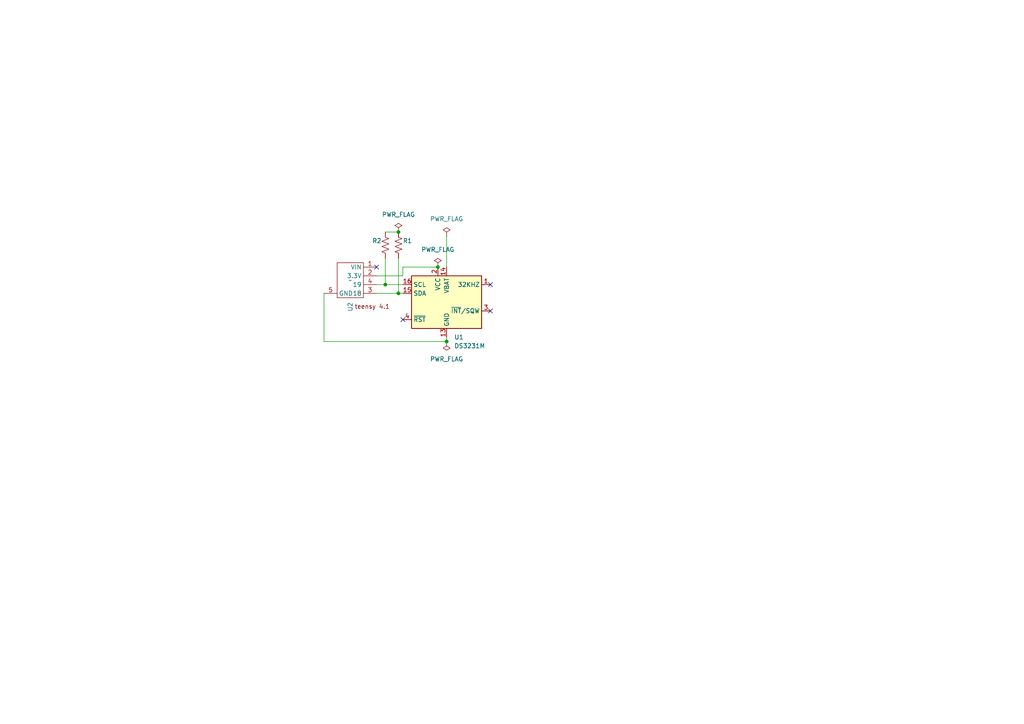
<source format=kicad_sch>
(kicad_sch (version 20230121) (generator eeschema)

  (uuid 98e5a7c0-c8d0-46fa-bbcc-93e721c132c0)

  (paper "A4")

  (lib_symbols
    (symbol "Device:R_US" (pin_numbers hide) (pin_names (offset 0)) (in_bom yes) (on_board yes)
      (property "Reference" "R" (at 2.54 0 90)
        (effects (font (size 1.27 1.27)))
      )
      (property "Value" "R_US" (at -2.54 0 90)
        (effects (font (size 1.27 1.27)))
      )
      (property "Footprint" "" (at 1.016 -0.254 90)
        (effects (font (size 1.27 1.27)) hide)
      )
      (property "Datasheet" "~" (at 0 0 0)
        (effects (font (size 1.27 1.27)) hide)
      )
      (property "ki_keywords" "R res resistor" (at 0 0 0)
        (effects (font (size 1.27 1.27)) hide)
      )
      (property "ki_description" "Resistor, US symbol" (at 0 0 0)
        (effects (font (size 1.27 1.27)) hide)
      )
      (property "ki_fp_filters" "R_*" (at 0 0 0)
        (effects (font (size 1.27 1.27)) hide)
      )
      (symbol "R_US_0_1"
        (polyline
          (pts
            (xy 0 -2.286)
            (xy 0 -2.54)
          )
          (stroke (width 0) (type default))
          (fill (type none))
        )
        (polyline
          (pts
            (xy 0 2.286)
            (xy 0 2.54)
          )
          (stroke (width 0) (type default))
          (fill (type none))
        )
        (polyline
          (pts
            (xy 0 -0.762)
            (xy 1.016 -1.143)
            (xy 0 -1.524)
            (xy -1.016 -1.905)
            (xy 0 -2.286)
          )
          (stroke (width 0) (type default))
          (fill (type none))
        )
        (polyline
          (pts
            (xy 0 0.762)
            (xy 1.016 0.381)
            (xy 0 0)
            (xy -1.016 -0.381)
            (xy 0 -0.762)
          )
          (stroke (width 0) (type default))
          (fill (type none))
        )
        (polyline
          (pts
            (xy 0 2.286)
            (xy 1.016 1.905)
            (xy 0 1.524)
            (xy -1.016 1.143)
            (xy 0 0.762)
          )
          (stroke (width 0) (type default))
          (fill (type none))
        )
      )
      (symbol "R_US_1_1"
        (pin passive line (at 0 3.81 270) (length 1.27)
          (name "~" (effects (font (size 1.27 1.27))))
          (number "1" (effects (font (size 1.27 1.27))))
        )
        (pin passive line (at 0 -3.81 90) (length 1.27)
          (name "~" (effects (font (size 1.27 1.27))))
          (number "2" (effects (font (size 1.27 1.27))))
        )
      )
    )
    (symbol "Teensy_4.1_part:Teensy_4.1" (in_bom yes) (on_board yes)
      (property "Reference" "U2" (at 0 -6.35 90)
        (effects (font (size 1.27 1.27)) (justify right))
      )
      (property "Value" "~" (at 0 0 0)
        (effects (font (size 1.27 1.27)))
      )
      (property "Footprint" "" (at 0 0 0)
        (effects (font (size 1.27 1.27)) hide)
      )
      (property "Datasheet" "" (at 0 0 0)
        (effects (font (size 1.27 1.27)) hide)
      )
      (symbol "Teensy_4.1_0_1"
        (rectangle (start -3.81 5.08) (end 3.81 -5.08)
          (stroke (width 0) (type default))
          (fill (type none))
        )
      )
      (symbol "Teensy_4.1_1_1"
        (text "teensy 4.1" (at -6.35 -7.62 0)
          (effects (font (size 1.27 1.27)))
        )
        (pin passive line (at -7.62 3.81 0) (length 3.81)
          (name "VIN" (effects (font (size 1.27 1.27))))
          (number "1" (effects (font (size 1.27 1.27))))
        )
        (pin passive line (at -7.62 1.27 0) (length 3.81)
          (name "3.3V" (effects (font (size 1.27 1.27))))
          (number "2" (effects (font (size 1.27 1.27))))
        )
        (pin passive line (at -7.62 -3.81 0) (length 3.81)
          (name "18" (effects (font (size 1.27 1.27))))
          (number "3" (effects (font (size 1.27 1.27))))
        )
        (pin passive line (at -7.62 -1.27 0) (length 3.81)
          (name "19" (effects (font (size 1.27 1.27))))
          (number "4" (effects (font (size 1.27 1.27))))
        )
        (pin passive line (at 7.62 -3.81 180) (length 3.81)
          (name "GND" (effects (font (size 1.27 1.27))))
          (number "5" (effects (font (size 1.27 1.27))))
        )
      )
    )
    (symbol "Timer_RTC:DS3231M" (in_bom yes) (on_board yes)
      (property "Reference" "U" (at -7.62 8.89 0)
        (effects (font (size 1.27 1.27)) (justify right))
      )
      (property "Value" "DS3231M" (at 10.16 8.89 0)
        (effects (font (size 1.27 1.27)) (justify right))
      )
      (property "Footprint" "Package_SO:SOIC-16W_7.5x10.3mm_P1.27mm" (at 0 -15.24 0)
        (effects (font (size 1.27 1.27)) hide)
      )
      (property "Datasheet" "http://datasheets.maximintegrated.com/en/ds/DS3231.pdf" (at 6.858 1.27 0)
        (effects (font (size 1.27 1.27)) hide)
      )
      (property "ki_keywords" "RTC TCXO Realtime Time Clock Crystal Oscillator I2C" (at 0 0 0)
        (effects (font (size 1.27 1.27)) hide)
      )
      (property "ki_description" "Extremely Accurate I2C-Integrated RTC/TCXO/Crystal SOIC-16" (at 0 0 0)
        (effects (font (size 1.27 1.27)) hide)
      )
      (property "ki_fp_filters" "SOIC*7.5x10.3mm*P1.27mm*" (at 0 0 0)
        (effects (font (size 1.27 1.27)) hide)
      )
      (symbol "DS3231M_0_1"
        (rectangle (start -10.16 7.62) (end 10.16 -7.62)
          (stroke (width 0.254) (type default))
          (fill (type background))
        )
      )
      (symbol "DS3231M_1_1"
        (pin open_collector line (at 12.7 5.08 180) (length 2.54)
          (name "32KHZ" (effects (font (size 1.27 1.27))))
          (number "1" (effects (font (size 1.27 1.27))))
        )
        (pin passive line (at 0 -10.16 90) (length 2.54) hide
          (name "GND" (effects (font (size 1.27 1.27))))
          (number "10" (effects (font (size 1.27 1.27))))
        )
        (pin passive line (at 0 -10.16 90) (length 2.54) hide
          (name "GND" (effects (font (size 1.27 1.27))))
          (number "11" (effects (font (size 1.27 1.27))))
        )
        (pin passive line (at 0 -10.16 90) (length 2.54) hide
          (name "GND" (effects (font (size 1.27 1.27))))
          (number "12" (effects (font (size 1.27 1.27))))
        )
        (pin power_in line (at 0 -10.16 90) (length 2.54)
          (name "GND" (effects (font (size 1.27 1.27))))
          (number "13" (effects (font (size 1.27 1.27))))
        )
        (pin power_in line (at 0 10.16 270) (length 2.54)
          (name "VBAT" (effects (font (size 1.27 1.27))))
          (number "14" (effects (font (size 1.27 1.27))))
        )
        (pin bidirectional line (at -12.7 2.54 0) (length 2.54)
          (name "SDA" (effects (font (size 1.27 1.27))))
          (number "15" (effects (font (size 1.27 1.27))))
        )
        (pin input line (at -12.7 5.08 0) (length 2.54)
          (name "SCL" (effects (font (size 1.27 1.27))))
          (number "16" (effects (font (size 1.27 1.27))))
        )
        (pin power_in line (at -2.54 10.16 270) (length 2.54)
          (name "VCC" (effects (font (size 1.27 1.27))))
          (number "2" (effects (font (size 1.27 1.27))))
        )
        (pin open_collector line (at 12.7 -2.54 180) (length 2.54)
          (name "~{INT}/SQW" (effects (font (size 1.27 1.27))))
          (number "3" (effects (font (size 1.27 1.27))))
        )
        (pin bidirectional line (at -12.7 -5.08 0) (length 2.54)
          (name "~{RST}" (effects (font (size 1.27 1.27))))
          (number "4" (effects (font (size 1.27 1.27))))
        )
        (pin passive line (at 0 -10.16 90) (length 2.54) hide
          (name "GND" (effects (font (size 1.27 1.27))))
          (number "5" (effects (font (size 1.27 1.27))))
        )
        (pin passive line (at 0 -10.16 90) (length 2.54) hide
          (name "GND" (effects (font (size 1.27 1.27))))
          (number "6" (effects (font (size 1.27 1.27))))
        )
        (pin passive line (at 0 -10.16 90) (length 2.54) hide
          (name "GND" (effects (font (size 1.27 1.27))))
          (number "7" (effects (font (size 1.27 1.27))))
        )
        (pin passive line (at 0 -10.16 90) (length 2.54) hide
          (name "GND" (effects (font (size 1.27 1.27))))
          (number "8" (effects (font (size 1.27 1.27))))
        )
        (pin passive line (at 0 -10.16 90) (length 2.54) hide
          (name "GND" (effects (font (size 1.27 1.27))))
          (number "9" (effects (font (size 1.27 1.27))))
        )
      )
    )
    (symbol "power:PWR_FLAG" (power) (pin_numbers hide) (pin_names (offset 0) hide) (in_bom yes) (on_board yes)
      (property "Reference" "#FLG" (at 0 1.905 0)
        (effects (font (size 1.27 1.27)) hide)
      )
      (property "Value" "PWR_FLAG" (at 0 3.81 0)
        (effects (font (size 1.27 1.27)))
      )
      (property "Footprint" "" (at 0 0 0)
        (effects (font (size 1.27 1.27)) hide)
      )
      (property "Datasheet" "~" (at 0 0 0)
        (effects (font (size 1.27 1.27)) hide)
      )
      (property "ki_keywords" "flag power" (at 0 0 0)
        (effects (font (size 1.27 1.27)) hide)
      )
      (property "ki_description" "Special symbol for telling ERC where power comes from" (at 0 0 0)
        (effects (font (size 1.27 1.27)) hide)
      )
      (symbol "PWR_FLAG_0_0"
        (pin power_out line (at 0 0 90) (length 0)
          (name "pwr" (effects (font (size 1.27 1.27))))
          (number "1" (effects (font (size 1.27 1.27))))
        )
      )
      (symbol "PWR_FLAG_0_1"
        (polyline
          (pts
            (xy 0 0)
            (xy 0 1.27)
            (xy -1.016 1.905)
            (xy 0 2.54)
            (xy 1.016 1.905)
            (xy 0 1.27)
          )
          (stroke (width 0) (type default))
          (fill (type none))
        )
      )
    )
  )

  (junction (at 115.57 85.09) (diameter 0) (color 0 0 0 0)
    (uuid 0992613f-770b-4c60-8e87-b6d94eecf548)
  )
  (junction (at 129.54 99.06) (diameter 0) (color 0 0 0 0)
    (uuid 29ddcb7f-1492-473b-8103-90229f17f1cc)
  )
  (junction (at 127 77.47) (diameter 0) (color 0 0 0 0)
    (uuid 424948ba-5dda-4c8f-a2bf-443aaa27b195)
  )
  (junction (at 115.57 67.31) (diameter 0) (color 0 0 0 0)
    (uuid 53d48a96-48a7-45a2-9270-d6b5b59d2ba6)
  )
  (junction (at 111.76 82.55) (diameter 0) (color 0 0 0 0)
    (uuid 55ec4309-3344-4141-ba0c-52f20b86613b)
  )

  (no_connect (at 109.22 77.47) (uuid 0f8132b8-71ee-47b5-b454-f2765ac86645))
  (no_connect (at 142.24 82.55) (uuid 5eff8a91-d6de-43bd-8f15-8506121e3397))
  (no_connect (at 116.84 92.71) (uuid 9a56a773-387a-4cff-a7d5-b32e64eace3b))
  (no_connect (at 142.24 90.17) (uuid ee57d5db-47a5-4267-a2ec-e3891e247afe))

  (wire (pts (xy 109.22 80.01) (xy 116.84 80.01))
    (stroke (width 0) (type default))
    (uuid 0a1ba903-d2c8-4dae-833c-8e16dae7be50)
  )
  (wire (pts (xy 115.57 85.09) (xy 116.84 85.09))
    (stroke (width 0) (type default))
    (uuid 16b35953-96cf-49a5-8d9b-63691cc0282e)
  )
  (wire (pts (xy 129.54 97.79) (xy 129.54 99.06))
    (stroke (width 0) (type default))
    (uuid 63487ece-7d8f-4ef8-9457-c9c089fe6e9a)
  )
  (wire (pts (xy 115.57 74.93) (xy 115.57 85.09))
    (stroke (width 0) (type default))
    (uuid 74a6ddb8-163e-4b75-9fef-bb2c508fdd2c)
  )
  (wire (pts (xy 111.76 82.55) (xy 116.84 82.55))
    (stroke (width 0) (type default))
    (uuid 88d14d4f-c986-4d44-99a6-a49db53b067f)
  )
  (wire (pts (xy 109.22 82.55) (xy 111.76 82.55))
    (stroke (width 0) (type default))
    (uuid 8a316e83-059f-482b-9d39-d42bded7ba55)
  )
  (wire (pts (xy 116.84 80.01) (xy 116.84 77.47))
    (stroke (width 0) (type default))
    (uuid 97674026-a897-433e-81a5-fdcd9268cb58)
  )
  (wire (pts (xy 111.76 67.31) (xy 115.57 67.31))
    (stroke (width 0) (type default))
    (uuid c6711222-1609-4fe5-b995-fef2a8231c67)
  )
  (wire (pts (xy 129.54 68.58) (xy 129.54 77.47))
    (stroke (width 0) (type default))
    (uuid c807fcfb-6850-40fe-b7e3-4ce22828dfb7)
  )
  (wire (pts (xy 116.84 77.47) (xy 127 77.47))
    (stroke (width 0) (type default))
    (uuid c8b3a154-e1db-42a2-8485-6bb1c38f93ff)
  )
  (wire (pts (xy 93.98 99.06) (xy 129.54 99.06))
    (stroke (width 0) (type default))
    (uuid cb7b19bf-4b8b-40da-abbb-ad5011335401)
  )
  (wire (pts (xy 93.98 85.09) (xy 93.98 99.06))
    (stroke (width 0) (type default))
    (uuid d6205646-c1ab-4d31-ac3a-f1d4420375b9)
  )
  (wire (pts (xy 109.22 85.09) (xy 115.57 85.09))
    (stroke (width 0) (type default))
    (uuid e235eb26-07bf-4f01-8f00-5fca63533e69)
  )
  (wire (pts (xy 111.76 74.93) (xy 111.76 82.55))
    (stroke (width 0) (type default))
    (uuid e6bac3f1-3553-48a3-a858-77cbd84291b3)
  )

  (symbol (lib_id "Device:R_US") (at 115.57 71.12 0) (unit 1)
    (in_bom yes) (on_board yes) (dnp no)
    (uuid 4f7fc8fb-1ef8-4f86-adca-716ac8253d97)
    (property "Reference" "R1" (at 116.84 69.85 0)
      (effects (font (size 1.27 1.27)) (justify left))
    )
    (property "Value" "R_US" (at 118.11 72.39 0)
      (effects (font (size 1.27 1.27)) (justify left) hide)
    )
    (property "Footprint" "" (at 116.586 71.374 90)
      (effects (font (size 1.27 1.27)) hide)
    )
    (property "Datasheet" "~" (at 115.57 71.12 0)
      (effects (font (size 1.27 1.27)) hide)
    )
    (pin "1" (uuid fc60761d-e68c-4439-8c12-18e3d03e8f33))
    (pin "2" (uuid dec2a712-3d68-49ad-a6c4-34e0db9c3f7a))
    (instances
      (project "RTC_schematic"
        (path "/98e5a7c0-c8d0-46fa-bbcc-93e721c132c0"
          (reference "R1") (unit 1)
        )
      )
    )
  )

  (symbol (lib_id "Timer_RTC:DS3231M") (at 129.54 87.63 0) (unit 1)
    (in_bom yes) (on_board yes) (dnp no) (fields_autoplaced)
    (uuid 7c823909-aaa2-4b13-b4dc-fb3cbd69f49c)
    (property "Reference" "U1" (at 131.7341 97.79 0)
      (effects (font (size 1.27 1.27)) (justify left))
    )
    (property "Value" "DS3231M" (at 131.7341 100.33 0)
      (effects (font (size 1.27 1.27)) (justify left))
    )
    (property "Footprint" "Package_SO:SOIC-16W_7.5x10.3mm_P1.27mm" (at 129.54 102.87 0)
      (effects (font (size 1.27 1.27)) hide)
    )
    (property "Datasheet" "http://datasheets.maximintegrated.com/en/ds/DS3231.pdf" (at 136.398 86.36 0)
      (effects (font (size 1.27 1.27)) hide)
    )
    (pin "1" (uuid 7ab6fe01-9c7f-4f61-821d-edd2e2f466da))
    (pin "10" (uuid 618fe21c-438c-489e-ac43-4afcd14f8b19))
    (pin "11" (uuid 7dcf0cf9-e0c1-48d2-9e94-9d2e1e51477e))
    (pin "12" (uuid 18cd9570-6f44-4f99-9487-2cac33e8f143))
    (pin "13" (uuid fd081e7f-9f6a-4531-a114-d9ee995bbfdd))
    (pin "14" (uuid 4107f3ab-6879-4704-862c-d9e695d13909))
    (pin "15" (uuid 406aebf9-aaad-4eda-905e-ecba38ca7e83))
    (pin "16" (uuid bdcd2233-8f40-429b-9ec9-1f8b9f8c4d63))
    (pin "2" (uuid b0e0fde7-c54f-4f16-9380-668ee0275376))
    (pin "3" (uuid 3dfe8a90-cdb5-4b38-9557-7252a3ea7067))
    (pin "4" (uuid 42fe02a7-1fe3-4e4c-98ac-2b30c291a173))
    (pin "5" (uuid aefc052c-2b9e-4e13-b6c2-6e6aa1914045))
    (pin "6" (uuid 3a23f2a9-21b7-449e-b788-e1005a8add30))
    (pin "7" (uuid 39dd5815-ed46-4cce-abb2-af2dfaac89cf))
    (pin "8" (uuid 42b0365f-c3a0-4ac6-84d1-4caeb0926069))
    (pin "9" (uuid f5e3fd15-b0eb-4505-a831-c9c8716f34df))
    (instances
      (project "RTC_schematic"
        (path "/98e5a7c0-c8d0-46fa-bbcc-93e721c132c0"
          (reference "U1") (unit 1)
        )
      )
    )
  )

  (symbol (lib_id "power:PWR_FLAG") (at 129.54 68.58 0) (unit 1)
    (in_bom yes) (on_board yes) (dnp no) (fields_autoplaced)
    (uuid 9d45f63f-e6d8-4672-b6bc-3e9efe746c5e)
    (property "Reference" "#FLG02" (at 129.54 66.675 0)
      (effects (font (size 1.27 1.27)) hide)
    )
    (property "Value" "PWR_FLAG" (at 129.54 63.5 0)
      (effects (font (size 1.27 1.27)))
    )
    (property "Footprint" "" (at 129.54 68.58 0)
      (effects (font (size 1.27 1.27)) hide)
    )
    (property "Datasheet" "~" (at 129.54 68.58 0)
      (effects (font (size 1.27 1.27)) hide)
    )
    (pin "1" (uuid 3e7d952f-f899-414b-b71b-a5e78b138867))
    (instances
      (project "RTC_schematic"
        (path "/98e5a7c0-c8d0-46fa-bbcc-93e721c132c0"
          (reference "#FLG02") (unit 1)
        )
      )
    )
  )

  (symbol (lib_id "Device:R_US") (at 111.76 71.12 0) (unit 1)
    (in_bom yes) (on_board yes) (dnp no)
    (uuid a8c6fb39-ee2a-47d0-b663-6c81cf72b686)
    (property "Reference" "R2" (at 107.95 69.85 0)
      (effects (font (size 1.27 1.27)) (justify left))
    )
    (property "Value" "~" (at 114.3 72.39 0)
      (effects (font (size 1.27 1.27)) (justify left) hide)
    )
    (property "Footprint" "" (at 112.776 71.374 90)
      (effects (font (size 1.27 1.27)) hide)
    )
    (property "Datasheet" "~" (at 111.76 71.12 0)
      (effects (font (size 1.27 1.27)) hide)
    )
    (pin "1" (uuid 42a97410-5b13-4bdd-b9e0-dc188e4a0d39))
    (pin "2" (uuid 7862211b-67bb-490f-b8b6-454c7fb9221a))
    (instances
      (project "RTC_schematic"
        (path "/98e5a7c0-c8d0-46fa-bbcc-93e721c132c0"
          (reference "R2") (unit 1)
        )
      )
    )
  )

  (symbol (lib_id "Teensy_4.1_part:Teensy_4.1") (at 101.6 81.28 0) (mirror y) (unit 1)
    (in_bom yes) (on_board yes) (dnp no)
    (uuid cfa98ce0-78f0-4ca7-b38e-94511673bbd6)
    (property "Reference" "U2" (at 101.6 87.63 90)
      (effects (font (size 1.27 1.27)) (justify right))
    )
    (property "Value" "~" (at 101.6 81.28 0)
      (effects (font (size 1.27 1.27)))
    )
    (property "Footprint" "" (at 101.6 81.28 0)
      (effects (font (size 1.27 1.27)) hide)
    )
    (property "Datasheet" "" (at 101.6 81.28 0)
      (effects (font (size 1.27 1.27)) hide)
    )
    (pin "1" (uuid f579a746-c7a5-4cff-a2aa-94d29f503de4))
    (pin "2" (uuid b2f74948-1f02-4892-9116-032cc9daf8e6))
    (pin "3" (uuid f47b05f4-7cb1-4732-bbd6-6a5e246a483a))
    (pin "4" (uuid 69b2ce21-790f-4168-9d89-a275ab2b18ec))
    (pin "5" (uuid 3e5e3244-29fe-47db-a3c6-69410a0f6605))
    (instances
      (project "RTC_schematic"
        (path "/98e5a7c0-c8d0-46fa-bbcc-93e721c132c0"
          (reference "U2") (unit 1)
        )
      )
    )
  )

  (symbol (lib_id "power:PWR_FLAG") (at 115.57 67.31 0) (unit 1)
    (in_bom yes) (on_board yes) (dnp no) (fields_autoplaced)
    (uuid e5f6eb61-7509-4b27-8d6f-c7fdf23567c7)
    (property "Reference" "#FLG04" (at 115.57 65.405 0)
      (effects (font (size 1.27 1.27)) hide)
    )
    (property "Value" "PWR_FLAG" (at 115.57 62.23 0)
      (effects (font (size 1.27 1.27)))
    )
    (property "Footprint" "" (at 115.57 67.31 0)
      (effects (font (size 1.27 1.27)) hide)
    )
    (property "Datasheet" "~" (at 115.57 67.31 0)
      (effects (font (size 1.27 1.27)) hide)
    )
    (pin "1" (uuid dd98f92f-6649-4efe-9df8-71eda9b9caaa))
    (instances
      (project "RTC_schematic"
        (path "/98e5a7c0-c8d0-46fa-bbcc-93e721c132c0"
          (reference "#FLG04") (unit 1)
        )
      )
    )
  )

  (symbol (lib_id "power:PWR_FLAG") (at 129.54 99.06 180) (unit 1)
    (in_bom yes) (on_board yes) (dnp no) (fields_autoplaced)
    (uuid f26e2468-9d64-4cc3-8b7a-0b8ed63dbd8a)
    (property "Reference" "#FLG03" (at 129.54 100.965 0)
      (effects (font (size 1.27 1.27)) hide)
    )
    (property "Value" "PWR_FLAG" (at 129.54 104.14 0)
      (effects (font (size 1.27 1.27)))
    )
    (property "Footprint" "" (at 129.54 99.06 0)
      (effects (font (size 1.27 1.27)) hide)
    )
    (property "Datasheet" "~" (at 129.54 99.06 0)
      (effects (font (size 1.27 1.27)) hide)
    )
    (pin "1" (uuid f38b5d5b-92de-4072-8b45-6bc77f1139d6))
    (instances
      (project "RTC_schematic"
        (path "/98e5a7c0-c8d0-46fa-bbcc-93e721c132c0"
          (reference "#FLG03") (unit 1)
        )
      )
    )
  )

  (symbol (lib_id "power:PWR_FLAG") (at 127 77.47 0) (unit 1)
    (in_bom yes) (on_board yes) (dnp no) (fields_autoplaced)
    (uuid fd8e79f9-3304-4339-901a-9033aa111101)
    (property "Reference" "#FLG01" (at 127 75.565 0)
      (effects (font (size 1.27 1.27)) hide)
    )
    (property "Value" "PWR_FLAG" (at 127 72.39 0)
      (effects (font (size 1.27 1.27)))
    )
    (property "Footprint" "" (at 127 77.47 0)
      (effects (font (size 1.27 1.27)) hide)
    )
    (property "Datasheet" "~" (at 127 77.47 0)
      (effects (font (size 1.27 1.27)) hide)
    )
    (pin "1" (uuid 8788b5ab-8583-45a1-bb5e-2495af00b14f))
    (instances
      (project "RTC_schematic"
        (path "/98e5a7c0-c8d0-46fa-bbcc-93e721c132c0"
          (reference "#FLG01") (unit 1)
        )
      )
    )
  )

  (sheet_instances
    (path "/" (page "1"))
  )
)

</source>
